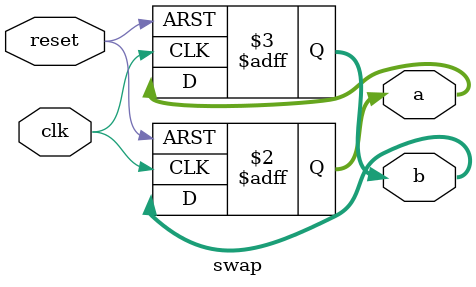
<source format=v>

module main;
  reg clk,reset;
  wire [3:0] a,b;

  swap s(clk,reset,a,b);

  initial begin
    clk = 0;
    reset = 0;
    #1; reset = 1; #1; reset = 0;
    #1; clk = 1; #5; clk = 0;
    if (a===4'd6 && b===4'd5)
      $display("PASSED");
    else
      $display("FAILED");
  end
endmodule

module swap(clk,reset,a,b);
  input clk,reset;
  output [3:0] a,b;
  reg [3:0] a,b;

  always @(posedge clk or posedge reset)
    if (reset) begin
      a <= #1 4'd5;
      b <= #1 4'd6;
    end else begin
      a <= #1 b;
      b <= #1 a;
    end
endmodule

</source>
